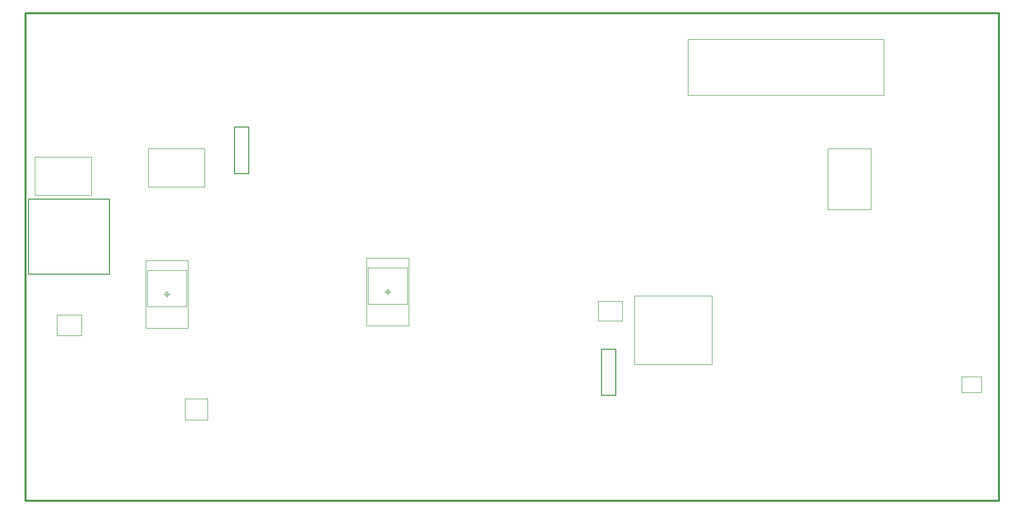
<source format=gbr>
G04 EasyPC Gerber Version 21.0.3 Build 4286 *
G04 #@! TF.Part,Single*
G04 #@! TF.FileFunction,Other,Tesla_V4a - Documentation *
G04 #@! TF.FilePolarity,Positive *
%FSLAX35Y35*%
%MOIN*%
%ADD12C,0.00004*%
%ADD10C,0.00197*%
%ADD11C,0.00500*%
%ADD13C,0.01200*%
X0Y0D02*
D02*
D10*
X9069Y234458D02*
X47258D01*
Y208474*
X9069*
Y234458*
X24226Y126880D02*
X40762D01*
Y112903*
X24226*
Y126880*
X86234Y239970D02*
X124423D01*
Y213986*
X86234*
Y239970*
X98813Y139084D02*
Y143021D01*
Y142431D02*
G75*
G02Y139675J-1378D01*
G01*
Y142431D02*
G75*
G02Y139675J-1378D01*
G01*
G75*
G02Y142431J1378*
G01*
X100781Y141053D02*
X96844D01*
X111037Y69931D02*
X126392D01*
Y55679*
X111037*
Y69931*
X113183Y118021D02*
Y164084D01*
X84443*
Y118021*
X113183*
X248813Y140659D02*
Y144596D01*
Y144006D02*
G75*
G02Y141250J-1378D01*
G01*
Y144006D02*
G75*
G02Y141250J-1378D01*
G01*
G75*
G02Y144006J1378*
G01*
X250781Y142628D02*
X246844D01*
X263183Y119596D02*
Y165659D01*
X234443*
Y119596*
X263183*
X391648Y136427D02*
X407986D01*
Y123041*
X391648*
Y136427*
X452652Y276368D02*
Y314360D01*
X585801*
Y276368*
X452652*
X469207Y139970D02*
Y93513D01*
X416254*
Y139970*
X469207*
X547750Y240167D02*
X577081D01*
Y198828*
X547750*
Y240167*
X638793Y85049D02*
X652179D01*
Y74419*
X638793*
Y85049*
D02*
D11*
X4719Y205718D02*
Y154537D01*
X59837*
Y205718*
X4719*
X144699Y254537D02*
Y223041D01*
X154541*
Y254537*
X144699*
X403754Y72254D02*
Y103750D01*
X393911*
Y72254*
X403754*
D02*
D12*
X112061Y132805D02*
Y157293D01*
X85565*
Y132805*
X112061*
X262061Y134380D02*
Y158868D01*
X235565*
Y134380*
X262061*
D02*
D13*
X2573Y600D02*
X663990D01*
Y332096*
X2573*
Y600*
X0Y0D02*
M02*

</source>
